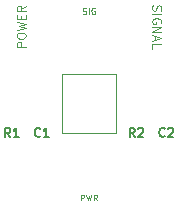
<source format=gbr>
%TF.GenerationSoftware,KiCad,Pcbnew,8.0.9-1.fc41*%
%TF.CreationDate,2025-03-19T11:36:09+02:00*%
%TF.ProjectId,FBK-4mm-Red,46424b2d-346d-46d2-9d52-65642e6b6963,rev?*%
%TF.SameCoordinates,Original*%
%TF.FileFunction,Legend,Top*%
%TF.FilePolarity,Positive*%
%FSLAX46Y46*%
G04 Gerber Fmt 4.6, Leading zero omitted, Abs format (unit mm)*
G04 Created by KiCad (PCBNEW 8.0.9-1.fc41) date 2025-03-19 11:36:09*
%MOMM*%
%LPD*%
G01*
G04 APERTURE LIST*
%ADD10C,0.100000*%
%ADD11C,0.150000*%
G04 APERTURE END LIST*
D10*
X144641764Y-94732142D02*
X143891764Y-94732142D01*
X143891764Y-94732142D02*
X143891764Y-94446428D01*
X143891764Y-94446428D02*
X143927478Y-94374999D01*
X143927478Y-94374999D02*
X143963192Y-94339285D01*
X143963192Y-94339285D02*
X144034621Y-94303571D01*
X144034621Y-94303571D02*
X144141764Y-94303571D01*
X144141764Y-94303571D02*
X144213192Y-94339285D01*
X144213192Y-94339285D02*
X144248907Y-94374999D01*
X144248907Y-94374999D02*
X144284621Y-94446428D01*
X144284621Y-94446428D02*
X144284621Y-94732142D01*
X143891764Y-93839285D02*
X143891764Y-93696428D01*
X143891764Y-93696428D02*
X143927478Y-93624999D01*
X143927478Y-93624999D02*
X143998907Y-93553571D01*
X143998907Y-93553571D02*
X144141764Y-93517856D01*
X144141764Y-93517856D02*
X144391764Y-93517856D01*
X144391764Y-93517856D02*
X144534621Y-93553571D01*
X144534621Y-93553571D02*
X144606050Y-93624999D01*
X144606050Y-93624999D02*
X144641764Y-93696428D01*
X144641764Y-93696428D02*
X144641764Y-93839285D01*
X144641764Y-93839285D02*
X144606050Y-93910714D01*
X144606050Y-93910714D02*
X144534621Y-93982142D01*
X144534621Y-93982142D02*
X144391764Y-94017856D01*
X144391764Y-94017856D02*
X144141764Y-94017856D01*
X144141764Y-94017856D02*
X143998907Y-93982142D01*
X143998907Y-93982142D02*
X143927478Y-93910714D01*
X143927478Y-93910714D02*
X143891764Y-93839285D01*
X143891764Y-93267857D02*
X144641764Y-93089285D01*
X144641764Y-93089285D02*
X144106050Y-92946428D01*
X144106050Y-92946428D02*
X144641764Y-92803571D01*
X144641764Y-92803571D02*
X143891764Y-92625000D01*
X144248907Y-92339285D02*
X144248907Y-92089285D01*
X144641764Y-91982142D02*
X144641764Y-92339285D01*
X144641764Y-92339285D02*
X143891764Y-92339285D01*
X143891764Y-92339285D02*
X143891764Y-91982142D01*
X144641764Y-91232143D02*
X144284621Y-91482143D01*
X144641764Y-91660714D02*
X143891764Y-91660714D01*
X143891764Y-91660714D02*
X143891764Y-91375000D01*
X143891764Y-91375000D02*
X143927478Y-91303571D01*
X143927478Y-91303571D02*
X143963192Y-91267857D01*
X143963192Y-91267857D02*
X144034621Y-91232143D01*
X144034621Y-91232143D02*
X144141764Y-91232143D01*
X144141764Y-91232143D02*
X144213192Y-91267857D01*
X144213192Y-91267857D02*
X144248907Y-91303571D01*
X144248907Y-91303571D02*
X144284621Y-91375000D01*
X144284621Y-91375000D02*
X144284621Y-91660714D01*
X155393950Y-91214286D02*
X155358235Y-91321429D01*
X155358235Y-91321429D02*
X155358235Y-91500000D01*
X155358235Y-91500000D02*
X155393950Y-91571429D01*
X155393950Y-91571429D02*
X155429664Y-91607143D01*
X155429664Y-91607143D02*
X155501092Y-91642857D01*
X155501092Y-91642857D02*
X155572521Y-91642857D01*
X155572521Y-91642857D02*
X155643950Y-91607143D01*
X155643950Y-91607143D02*
X155679664Y-91571429D01*
X155679664Y-91571429D02*
X155715378Y-91500000D01*
X155715378Y-91500000D02*
X155751092Y-91357143D01*
X155751092Y-91357143D02*
X155786807Y-91285714D01*
X155786807Y-91285714D02*
X155822521Y-91250000D01*
X155822521Y-91250000D02*
X155893950Y-91214286D01*
X155893950Y-91214286D02*
X155965378Y-91214286D01*
X155965378Y-91214286D02*
X156036807Y-91250000D01*
X156036807Y-91250000D02*
X156072521Y-91285714D01*
X156072521Y-91285714D02*
X156108235Y-91357143D01*
X156108235Y-91357143D02*
X156108235Y-91535714D01*
X156108235Y-91535714D02*
X156072521Y-91642857D01*
X155358235Y-91964286D02*
X156108235Y-91964286D01*
X156072521Y-92714286D02*
X156108235Y-92642858D01*
X156108235Y-92642858D02*
X156108235Y-92535715D01*
X156108235Y-92535715D02*
X156072521Y-92428572D01*
X156072521Y-92428572D02*
X156001092Y-92357143D01*
X156001092Y-92357143D02*
X155929664Y-92321429D01*
X155929664Y-92321429D02*
X155786807Y-92285715D01*
X155786807Y-92285715D02*
X155679664Y-92285715D01*
X155679664Y-92285715D02*
X155536807Y-92321429D01*
X155536807Y-92321429D02*
X155465378Y-92357143D01*
X155465378Y-92357143D02*
X155393950Y-92428572D01*
X155393950Y-92428572D02*
X155358235Y-92535715D01*
X155358235Y-92535715D02*
X155358235Y-92607143D01*
X155358235Y-92607143D02*
X155393950Y-92714286D01*
X155393950Y-92714286D02*
X155429664Y-92750000D01*
X155429664Y-92750000D02*
X155679664Y-92750000D01*
X155679664Y-92750000D02*
X155679664Y-92607143D01*
X155358235Y-93071429D02*
X156108235Y-93071429D01*
X156108235Y-93071429D02*
X155358235Y-93500000D01*
X155358235Y-93500000D02*
X156108235Y-93500000D01*
X155572521Y-93821429D02*
X155572521Y-94178572D01*
X155358235Y-93750000D02*
X156108235Y-94000000D01*
X156108235Y-94000000D02*
X155358235Y-94250000D01*
X155358235Y-94857143D02*
X155358235Y-94500000D01*
X155358235Y-94500000D02*
X156108235Y-94500000D01*
X149488096Y-91902300D02*
X149559524Y-91926109D01*
X149559524Y-91926109D02*
X149678572Y-91926109D01*
X149678572Y-91926109D02*
X149726191Y-91902300D01*
X149726191Y-91902300D02*
X149750000Y-91878490D01*
X149750000Y-91878490D02*
X149773810Y-91830871D01*
X149773810Y-91830871D02*
X149773810Y-91783252D01*
X149773810Y-91783252D02*
X149750000Y-91735633D01*
X149750000Y-91735633D02*
X149726191Y-91711823D01*
X149726191Y-91711823D02*
X149678572Y-91688014D01*
X149678572Y-91688014D02*
X149583334Y-91664204D01*
X149583334Y-91664204D02*
X149535715Y-91640395D01*
X149535715Y-91640395D02*
X149511905Y-91616585D01*
X149511905Y-91616585D02*
X149488096Y-91568966D01*
X149488096Y-91568966D02*
X149488096Y-91521347D01*
X149488096Y-91521347D02*
X149511905Y-91473728D01*
X149511905Y-91473728D02*
X149535715Y-91449919D01*
X149535715Y-91449919D02*
X149583334Y-91426109D01*
X149583334Y-91426109D02*
X149702381Y-91426109D01*
X149702381Y-91426109D02*
X149773810Y-91449919D01*
X149988095Y-91926109D02*
X149988095Y-91426109D01*
X150488095Y-91449919D02*
X150440476Y-91426109D01*
X150440476Y-91426109D02*
X150369047Y-91426109D01*
X150369047Y-91426109D02*
X150297619Y-91449919D01*
X150297619Y-91449919D02*
X150250000Y-91497538D01*
X150250000Y-91497538D02*
X150226190Y-91545157D01*
X150226190Y-91545157D02*
X150202381Y-91640395D01*
X150202381Y-91640395D02*
X150202381Y-91711823D01*
X150202381Y-91711823D02*
X150226190Y-91807061D01*
X150226190Y-91807061D02*
X150250000Y-91854680D01*
X150250000Y-91854680D02*
X150297619Y-91902300D01*
X150297619Y-91902300D02*
X150369047Y-91926109D01*
X150369047Y-91926109D02*
X150416666Y-91926109D01*
X150416666Y-91926109D02*
X150488095Y-91902300D01*
X150488095Y-91902300D02*
X150511904Y-91878490D01*
X150511904Y-91878490D02*
X150511904Y-91711823D01*
X150511904Y-91711823D02*
X150416666Y-91711823D01*
X149333333Y-107726109D02*
X149333333Y-107226109D01*
X149333333Y-107226109D02*
X149523809Y-107226109D01*
X149523809Y-107226109D02*
X149571428Y-107249919D01*
X149571428Y-107249919D02*
X149595238Y-107273728D01*
X149595238Y-107273728D02*
X149619047Y-107321347D01*
X149619047Y-107321347D02*
X149619047Y-107392776D01*
X149619047Y-107392776D02*
X149595238Y-107440395D01*
X149595238Y-107440395D02*
X149571428Y-107464204D01*
X149571428Y-107464204D02*
X149523809Y-107488014D01*
X149523809Y-107488014D02*
X149333333Y-107488014D01*
X149785714Y-107226109D02*
X149904762Y-107726109D01*
X149904762Y-107726109D02*
X150000000Y-107368966D01*
X150000000Y-107368966D02*
X150095238Y-107726109D01*
X150095238Y-107726109D02*
X150214286Y-107226109D01*
X150690476Y-107726109D02*
X150523810Y-107488014D01*
X150404762Y-107726109D02*
X150404762Y-107226109D01*
X150404762Y-107226109D02*
X150595238Y-107226109D01*
X150595238Y-107226109D02*
X150642857Y-107249919D01*
X150642857Y-107249919D02*
X150666667Y-107273728D01*
X150666667Y-107273728D02*
X150690476Y-107321347D01*
X150690476Y-107321347D02*
X150690476Y-107392776D01*
X150690476Y-107392776D02*
X150666667Y-107440395D01*
X150666667Y-107440395D02*
X150642857Y-107464204D01*
X150642857Y-107464204D02*
X150595238Y-107488014D01*
X150595238Y-107488014D02*
X150404762Y-107488014D01*
D11*
X145874999Y-102267735D02*
X145839285Y-102303450D01*
X145839285Y-102303450D02*
X145732142Y-102339164D01*
X145732142Y-102339164D02*
X145660714Y-102339164D01*
X145660714Y-102339164D02*
X145553571Y-102303450D01*
X145553571Y-102303450D02*
X145482142Y-102232021D01*
X145482142Y-102232021D02*
X145446428Y-102160592D01*
X145446428Y-102160592D02*
X145410714Y-102017735D01*
X145410714Y-102017735D02*
X145410714Y-101910592D01*
X145410714Y-101910592D02*
X145446428Y-101767735D01*
X145446428Y-101767735D02*
X145482142Y-101696307D01*
X145482142Y-101696307D02*
X145553571Y-101624878D01*
X145553571Y-101624878D02*
X145660714Y-101589164D01*
X145660714Y-101589164D02*
X145732142Y-101589164D01*
X145732142Y-101589164D02*
X145839285Y-101624878D01*
X145839285Y-101624878D02*
X145874999Y-101660592D01*
X146589285Y-102339164D02*
X146160714Y-102339164D01*
X146374999Y-102339164D02*
X146374999Y-101589164D01*
X146374999Y-101589164D02*
X146303571Y-101696307D01*
X146303571Y-101696307D02*
X146232142Y-101767735D01*
X146232142Y-101767735D02*
X146160714Y-101803450D01*
X143334999Y-102339164D02*
X143084999Y-101982021D01*
X142906428Y-102339164D02*
X142906428Y-101589164D01*
X142906428Y-101589164D02*
X143192142Y-101589164D01*
X143192142Y-101589164D02*
X143263571Y-101624878D01*
X143263571Y-101624878D02*
X143299285Y-101660592D01*
X143299285Y-101660592D02*
X143334999Y-101732021D01*
X143334999Y-101732021D02*
X143334999Y-101839164D01*
X143334999Y-101839164D02*
X143299285Y-101910592D01*
X143299285Y-101910592D02*
X143263571Y-101946307D01*
X143263571Y-101946307D02*
X143192142Y-101982021D01*
X143192142Y-101982021D02*
X142906428Y-101982021D01*
X144049285Y-102339164D02*
X143620714Y-102339164D01*
X143834999Y-102339164D02*
X143834999Y-101589164D01*
X143834999Y-101589164D02*
X143763571Y-101696307D01*
X143763571Y-101696307D02*
X143692142Y-101767735D01*
X143692142Y-101767735D02*
X143620714Y-101803450D01*
X153874999Y-102339164D02*
X153624999Y-101982021D01*
X153446428Y-102339164D02*
X153446428Y-101589164D01*
X153446428Y-101589164D02*
X153732142Y-101589164D01*
X153732142Y-101589164D02*
X153803571Y-101624878D01*
X153803571Y-101624878D02*
X153839285Y-101660592D01*
X153839285Y-101660592D02*
X153874999Y-101732021D01*
X153874999Y-101732021D02*
X153874999Y-101839164D01*
X153874999Y-101839164D02*
X153839285Y-101910592D01*
X153839285Y-101910592D02*
X153803571Y-101946307D01*
X153803571Y-101946307D02*
X153732142Y-101982021D01*
X153732142Y-101982021D02*
X153446428Y-101982021D01*
X154160714Y-101660592D02*
X154196428Y-101624878D01*
X154196428Y-101624878D02*
X154267857Y-101589164D01*
X154267857Y-101589164D02*
X154446428Y-101589164D01*
X154446428Y-101589164D02*
X154517857Y-101624878D01*
X154517857Y-101624878D02*
X154553571Y-101660592D01*
X154553571Y-101660592D02*
X154589285Y-101732021D01*
X154589285Y-101732021D02*
X154589285Y-101803450D01*
X154589285Y-101803450D02*
X154553571Y-101910592D01*
X154553571Y-101910592D02*
X154124999Y-102339164D01*
X154124999Y-102339164D02*
X154589285Y-102339164D01*
X156414999Y-102267735D02*
X156379285Y-102303450D01*
X156379285Y-102303450D02*
X156272142Y-102339164D01*
X156272142Y-102339164D02*
X156200714Y-102339164D01*
X156200714Y-102339164D02*
X156093571Y-102303450D01*
X156093571Y-102303450D02*
X156022142Y-102232021D01*
X156022142Y-102232021D02*
X155986428Y-102160592D01*
X155986428Y-102160592D02*
X155950714Y-102017735D01*
X155950714Y-102017735D02*
X155950714Y-101910592D01*
X155950714Y-101910592D02*
X155986428Y-101767735D01*
X155986428Y-101767735D02*
X156022142Y-101696307D01*
X156022142Y-101696307D02*
X156093571Y-101624878D01*
X156093571Y-101624878D02*
X156200714Y-101589164D01*
X156200714Y-101589164D02*
X156272142Y-101589164D01*
X156272142Y-101589164D02*
X156379285Y-101624878D01*
X156379285Y-101624878D02*
X156414999Y-101660592D01*
X156700714Y-101660592D02*
X156736428Y-101624878D01*
X156736428Y-101624878D02*
X156807857Y-101589164D01*
X156807857Y-101589164D02*
X156986428Y-101589164D01*
X156986428Y-101589164D02*
X157057857Y-101624878D01*
X157057857Y-101624878D02*
X157093571Y-101660592D01*
X157093571Y-101660592D02*
X157129285Y-101732021D01*
X157129285Y-101732021D02*
X157129285Y-101803450D01*
X157129285Y-101803450D02*
X157093571Y-101910592D01*
X157093571Y-101910592D02*
X156664999Y-102339164D01*
X156664999Y-102339164D02*
X157129285Y-102339164D01*
%TO.C,D1*%
D10*
X147710000Y-96995000D02*
X152290000Y-96995000D01*
X152290000Y-102005000D01*
X147710000Y-102005000D01*
X147710000Y-96995000D01*
%TD*%
M02*

</source>
